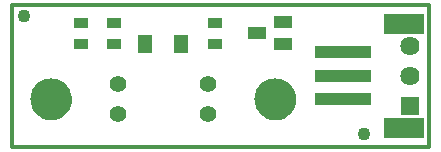
<source format=gts>
G75*
%MOIN*%
%OFA0B0*%
%FSLAX24Y24*%
%IPPOS*%
%LPD*%
%AMOC8*
5,1,8,0,0,1.08239X$1,22.5*
%
%ADD10C,0.0118*%
%ADD11R,0.1851X0.0434*%
%ADD12R,0.1379X0.0670*%
%ADD13R,0.0640X0.0640*%
%ADD14C,0.0640*%
%ADD15R,0.0512X0.0355*%
%ADD16R,0.0512X0.0591*%
%ADD17R,0.0591X0.0434*%
%ADD18C,0.0000*%
%ADD19C,0.1379*%
%ADD20C,0.0555*%
%ADD21C,0.0434*%
D10*
X000159Y000159D02*
X014057Y000159D01*
X014057Y004883D01*
X000159Y004883D01*
X000159Y000159D01*
D11*
X011179Y001730D03*
X011179Y002517D03*
X011179Y003305D03*
D12*
X013226Y004250D03*
X013226Y000785D03*
D13*
X013415Y001521D03*
D14*
X013415Y002521D03*
X013415Y003521D03*
D15*
X006931Y003584D03*
X006931Y004293D03*
X003545Y004293D03*
X002443Y004293D03*
X002443Y003584D03*
X003545Y003584D03*
D16*
X004588Y003592D03*
X005769Y003592D03*
D17*
X008324Y003939D03*
X009191Y004313D03*
X009191Y003565D03*
D18*
X008250Y001734D02*
X008252Y001785D01*
X008258Y001836D01*
X008268Y001886D01*
X008281Y001936D01*
X008299Y001984D01*
X008319Y002031D01*
X008344Y002076D01*
X008372Y002119D01*
X008403Y002160D01*
X008437Y002198D01*
X008474Y002233D01*
X008513Y002266D01*
X008555Y002296D01*
X008599Y002322D01*
X008645Y002344D01*
X008693Y002364D01*
X008742Y002379D01*
X008792Y002391D01*
X008842Y002399D01*
X008893Y002403D01*
X008945Y002403D01*
X008996Y002399D01*
X009046Y002391D01*
X009096Y002379D01*
X009145Y002364D01*
X009193Y002344D01*
X009239Y002322D01*
X009283Y002296D01*
X009325Y002266D01*
X009364Y002233D01*
X009401Y002198D01*
X009435Y002160D01*
X009466Y002119D01*
X009494Y002076D01*
X009519Y002031D01*
X009539Y001984D01*
X009557Y001936D01*
X009570Y001886D01*
X009580Y001836D01*
X009586Y001785D01*
X009588Y001734D01*
X009586Y001683D01*
X009580Y001632D01*
X009570Y001582D01*
X009557Y001532D01*
X009539Y001484D01*
X009519Y001437D01*
X009494Y001392D01*
X009466Y001349D01*
X009435Y001308D01*
X009401Y001270D01*
X009364Y001235D01*
X009325Y001202D01*
X009283Y001172D01*
X009239Y001146D01*
X009193Y001124D01*
X009145Y001104D01*
X009096Y001089D01*
X009046Y001077D01*
X008996Y001069D01*
X008945Y001065D01*
X008893Y001065D01*
X008842Y001069D01*
X008792Y001077D01*
X008742Y001089D01*
X008693Y001104D01*
X008645Y001124D01*
X008599Y001146D01*
X008555Y001172D01*
X008513Y001202D01*
X008474Y001235D01*
X008437Y001270D01*
X008403Y001308D01*
X008372Y001349D01*
X008344Y001392D01*
X008319Y001437D01*
X008299Y001484D01*
X008281Y001532D01*
X008268Y001582D01*
X008258Y001632D01*
X008252Y001683D01*
X008250Y001734D01*
X000770Y001734D02*
X000772Y001785D01*
X000778Y001836D01*
X000788Y001886D01*
X000801Y001936D01*
X000819Y001984D01*
X000839Y002031D01*
X000864Y002076D01*
X000892Y002119D01*
X000923Y002160D01*
X000957Y002198D01*
X000994Y002233D01*
X001033Y002266D01*
X001075Y002296D01*
X001119Y002322D01*
X001165Y002344D01*
X001213Y002364D01*
X001262Y002379D01*
X001312Y002391D01*
X001362Y002399D01*
X001413Y002403D01*
X001465Y002403D01*
X001516Y002399D01*
X001566Y002391D01*
X001616Y002379D01*
X001665Y002364D01*
X001713Y002344D01*
X001759Y002322D01*
X001803Y002296D01*
X001845Y002266D01*
X001884Y002233D01*
X001921Y002198D01*
X001955Y002160D01*
X001986Y002119D01*
X002014Y002076D01*
X002039Y002031D01*
X002059Y001984D01*
X002077Y001936D01*
X002090Y001886D01*
X002100Y001836D01*
X002106Y001785D01*
X002108Y001734D01*
X002106Y001683D01*
X002100Y001632D01*
X002090Y001582D01*
X002077Y001532D01*
X002059Y001484D01*
X002039Y001437D01*
X002014Y001392D01*
X001986Y001349D01*
X001955Y001308D01*
X001921Y001270D01*
X001884Y001235D01*
X001845Y001202D01*
X001803Y001172D01*
X001759Y001146D01*
X001713Y001124D01*
X001665Y001104D01*
X001616Y001089D01*
X001566Y001077D01*
X001516Y001069D01*
X001465Y001065D01*
X001413Y001065D01*
X001362Y001069D01*
X001312Y001077D01*
X001262Y001089D01*
X001213Y001104D01*
X001165Y001124D01*
X001119Y001146D01*
X001075Y001172D01*
X001033Y001202D01*
X000994Y001235D01*
X000957Y001270D01*
X000923Y001308D01*
X000892Y001349D01*
X000864Y001392D01*
X000839Y001437D01*
X000819Y001484D01*
X000801Y001532D01*
X000788Y001582D01*
X000778Y001632D01*
X000772Y001683D01*
X000770Y001734D01*
D19*
X001439Y001734D03*
X008919Y001734D03*
D20*
X006675Y002234D03*
X006675Y001234D03*
X003683Y001234D03*
X003683Y002234D03*
D21*
X000557Y004506D03*
X011872Y000569D03*
M02*

</source>
